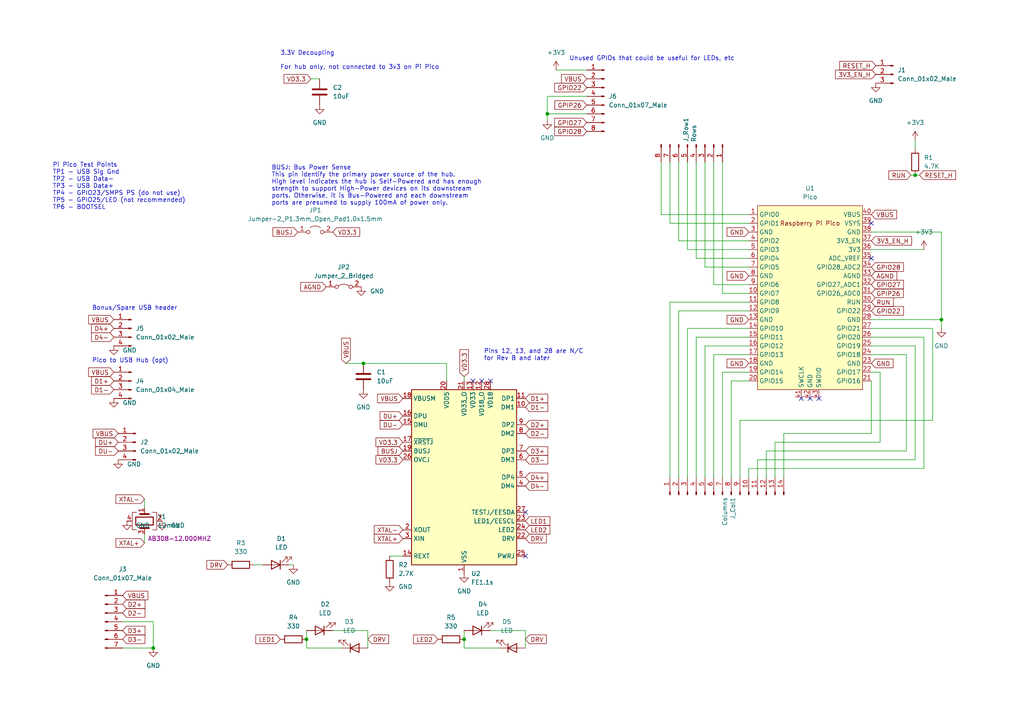
<source format=kicad_sch>
(kicad_sch (version 20211123) (generator eeschema)
  (paper "A4")
  (title_block (title "HHKB Lite 2 - Raspberry Pi Pico") (date "2024-06-10") (rev "2020.06") (company "xunker / thirteen37") (comment 1 "Pi Pico by xunker") (comment 2 "Original Teensy 2.0 by thirteen37"))
  (lib_symbols
    (symbol "Connector:Conn_01x03_Male" (pin_names (offset 1.016) hide)
      (property "Reference" "J" (at 0 5.08 0))
      (property "Value" "Conn_01x03_Male" (at 0 -5.08 0))
      (symbol "Conn_01x03_Male_1_1"
        (polyline (pts (xy 1.27 -2.54) (xy 0.8636 -2.54)) (stroke (width 0.1524)))
        (polyline (pts (xy 1.27 0) (xy 0.8636 0)) (stroke (width 0.1524)))
        (polyline (pts (xy 1.27 2.54) (xy 0.8636 2.54)) (stroke (width 0.1524)))
        (rectangle (start 0.8636 -2.413) (end 0 -2.667) (stroke (width 0.1524)) (fill (type outline)))
        (rectangle (start 0.8636 0.127) (end 0 -0.127) (stroke (width 0.1524)) (fill (type outline)))
        (rectangle (start 0.8636 2.667) (end 0 2.413) (stroke (width 0.1524)) (fill (type outline)))
        (pin passive line (at 5.08 2.54 180) (length 3.81) (name "Pin_1") (number "1"))
        (pin passive line (at 5.08 0 180) (length 3.81) (name "Pin_2") (number "2"))
        (pin passive line (at 5.08 -2.54 180) (length 3.81) (name "Pin_3") (number "3"))
      )
    )
    (symbol "Connector:Conn_01x04_Male" (pin_names (offset 1.016) hide)
      (property "Reference" "J" (at 0 5.08 0))
      (property "Value" "Conn_01x04_Male" (at 0 -7.62 0))
      (symbol "Conn_01x04_Male_1_1"
        (polyline (pts (xy 1.27 -5.08) (xy 0.8636 -5.08)) (stroke (width 0.1524)))
        (polyline (pts (xy 1.27 -2.54) (xy 0.8636 -2.54)) (stroke (width 0.1524)))
        (polyline (pts (xy 1.27 0) (xy 0.8636 0)) (stroke (width 0.1524)))
        (polyline (pts (xy 1.27 2.54) (xy 0.8636 2.54)) (stroke (width 0.1524)))
        (rectangle (start 0.8636 -4.953) (end 0 -5.207) (stroke (width 0.1524)) (fill (type outline)))
        (rectangle (start 0.8636 -2.413) (end 0 -2.667) (stroke (width 0.1524)) (fill (type outline)))
        (rectangle (start 0.8636 0.127) (end 0 -0.127) (stroke (width 0.1524)) (fill (type outline)))
        (rectangle (start 0.8636 2.667) (end 0 2.413) (stroke (width 0.1524)) (fill (type outline)))
        (pin passive line (at 5.08 2.54 180) (length 3.81) (name "Pin_1") (number "1"))
        (pin passive line (at 5.08 0 180) (length 3.81) (name "Pin_2") (number "2"))
        (pin passive line (at 5.08 -2.54 180) (length 3.81) (name "Pin_3") (number "3"))
        (pin passive line (at 5.08 -5.08 180) (length 3.81) (name "Pin_4") (number "4"))
      )
    )
    (symbol "Connector:Conn_01x07_Male" (pin_names (offset 1.016) hide)
      (property "Reference" "J" (at 0 10.16 0))
      (property "Value" "Conn_01x07_Male" (at 0 -10.16 0))
      (symbol "Conn_01x07_Male_1_1"
        (polyline (pts (xy 1.27 -7.62) (xy 0.8636 -7.62)) (stroke (width 0.1524)))
        (polyline (pts (xy 1.27 -5.08) (xy 0.8636 -5.08)) (stroke (width 0.1524)))
        (polyline (pts (xy 1.27 -2.54) (xy 0.8636 -2.54)) (stroke (width 0.1524)))
        (polyline (pts (xy 1.27 0) (xy 0.8636 0)) (stroke (width 0.1524)))
        (polyline (pts (xy 1.27 2.54) (xy 0.8636 2.54)) (stroke (width 0.1524)))
        (polyline (pts (xy 1.27 5.08) (xy 0.8636 5.08)) (stroke (width 0.1524)))
        (polyline (pts (xy 1.27 7.62) (xy 0.8636 7.62)) (stroke (width 0.1524)))
        (rectangle (start 0.8636 -7.493) (end 0 -7.747) (stroke (width 0.1524)) (fill (type outline)))
        (rectangle (start 0.8636 -4.953) (end 0 -5.207) (stroke (width 0.1524)) (fill (type outline)))
        (rectangle (start 0.8636 -2.413) (end 0 -2.667) (stroke (width 0.1524)) (fill (type outline)))
        (rectangle (start 0.8636 0.127) (end 0 -0.127) (stroke (width 0.1524)) (fill (type outline)))
        (rectangle (start 0.8636 2.667) (end 0 2.413) (stroke (width 0.1524)) (fill (type outline)))
        (rectangle (start 0.8636 5.207) (end 0 4.953) (stroke (width 0.1524)) (fill (type outline)))
        (rectangle (start 0.8636 7.747) (end 0 7.493) (stroke (width 0.1524)) (fill (type outline)))
        (pin passive line (at 5.08 7.62 180) (length 3.81) (name "Pin_1") (number "1"))
        (pin passive line (at 5.08 5.08 180) (length 3.81) (name "Pin_2") (number "2"))
        (pin passive line (at 5.08 2.54 180) (length 3.81) (name "Pin_3") (number "3"))
        (pin passive line (at 5.08 0 180) (length 3.81) (name "Pin_4") (number "4"))
        (pin passive line (at 5.08 -2.54 180) (length 3.81) (name "Pin_5") (number "5"))
        (pin passive line (at 5.08 -5.08 180) (length 3.81) (name "Pin_6") (number "6"))
        (pin passive line (at 5.08 -7.62 180) (length 3.81) (name "Pin_7") (number "7"))
      )
    )
    (symbol "Connector:Conn_01x08_Male" (pin_names (offset 1.016) hide)
      (property "Reference" "J" (at 0 10.16 0))
      (property "Value" "Conn_01x08_Male" (at 0 -12.7 0))
      (symbol "Conn_01x08_Male_1_1"
        (polyline (pts (xy 1.27 -10.16) (xy 0.8636 -10.16)) (stroke (width 0.1524)))
        (polyline (pts (xy 1.27 -7.62) (xy 0.8636 -7.62)) (stroke (width 0.1524)))
        (polyline (pts (xy 1.27 -5.08) (xy 0.8636 -5.08)) (stroke (width 0.1524)))
        (polyline (pts (xy 1.27 -2.54) (xy 0.8636 -2.54)) (stroke (width 0.1524)))
        (polyline (pts (xy 1.27 0) (xy 0.8636 0)) (stroke (width 0.1524)))
        (polyline (pts (xy 1.27 2.54) (xy 0.8636 2.54)) (stroke (width 0.1524)))
        (polyline (pts (xy 1.27 5.08) (xy 0.8636 5.08)) (stroke (width 0.1524)))
        (polyline (pts (xy 1.27 7.62) (xy 0.8636 7.62)) (stroke (width 0.1524)))
        (rectangle (start 0.8636 -10.033) (end 0 -10.287) (stroke (width 0.1524)) (fill (type outline)))
        (rectangle (start 0.8636 -7.493) (end 0 -7.747) (stroke (width 0.1524)) (fill (type outline)))
        (rectangle (start 0.8636 -4.953) (end 0 -5.207) (stroke (width 0.1524)) (fill (type outline)))
        (rectangle (start 0.8636 -2.413) (end 0 -2.667) (stroke (width 0.1524)) (fill (type outline)))
        (rectangle (start 0.8636 0.127) (end 0 -0.127) (stroke (width 0.1524)) (fill (type outline)))
        (rectangle (start 0.8636 2.667) (end 0 2.413) (stroke (width 0.1524)) (fill (type outline)))
        (rectangle (start 0.8636 5.207) (end 0 4.953) (stroke (width 0.1524)) (fill (type outline)))
        (rectangle (start 0.8636 7.747) (end 0 7.493) (stroke (width 0.1524)) (fill (type outline)))
        (pin passive line (at 5.08 7.62 180) (length 3.81) (name "Pin_1") (number "1"))
        (pin passive line (at 5.08 5.08 180) (length 3.81) (name "Pin_2") (number "2"))
        (pin passive line (at 5.08 2.54 180) (length 3.81) (name "Pin_3") (number "3"))
        (pin passive line (at 5.08 0 180) (length 3.81) (name "Pin_4") (number "4"))
        (pin passive line (at 5.08 -2.54 180) (length 3.81) (name "Pin_5") (number "5"))
        (pin passive line (at 5.08 -5.08 180) (length 3.81) (name "Pin_6") (number "6"))
        (pin passive line (at 5.08 -7.62 180) (length 3.81) (name "Pin_7") (number "7"))
        (pin passive line (at 5.08 -10.16 180) (length 3.81) (name "Pin_8") (number "8"))
      )
    )
    (symbol "Connector:Conn_01x14_Male" (pin_names (offset 1.016) hide)
      (property "Reference" "J" (at 0 17.78 0))
      (property "Value" "Conn_01x14_Male" (at 0 -20.32 0))
      (symbol "Conn_01x14_Male_1_1"
        (polyline (pts (xy 1.27 -17.78) (xy 0.8636 -17.78)) (stroke (width 0.1524)))
        (polyline (pts (xy 1.27 -15.24) (xy 0.8636 -15.24)) (stroke (width 0.1524)))
        (polyline (pts (xy 1.27 -12.7) (xy 0.8636 -12.7)) (stroke (width 0.1524)))
        (polyline (pts (xy 1.27 -10.16) (xy 0.8636 -10.16)) (stroke (width 0.1524)))
        (polyline (pts (xy 1.27 -7.62) (xy 0.8636 -7.62)) (stroke (width 0.1524)))
        (polyline (pts (xy 1.27 -5.08) (xy 0.8636 -5.08)) (stroke (width 0.1524)))
        (polyline (pts (xy 1.27 -2.54) (xy 0.8636 -2.54)) (stroke (width 0.1524)))
        (polyline (pts (xy 1.27 0) (xy 0.8636 0)) (stroke (width 0.1524)))
        (polyline (pts (xy 1.27 2.54) (xy 0.8636 2.54)) (stroke (width 0.1524)))
        (polyline (pts (xy 1.27 5.08) (xy 0.8636 5.08)) (stroke (width 0.1524)))
        (polyline (pts (xy 1.27 7.62) (xy 0.8636 7.62)) (stroke (width 0.1524)))
        (polyline (pts (xy 1.27 10.16) (xy 0.8636 10.16)) (stroke (width 0.1524)))
        (polyline (pts (xy 1.27 12.7) (xy 0.8636 12.7)) (stroke (width 0.1524)))
        (polyline (pts (xy 1.27 15.24) (xy 0.8636 15.24)) (stroke (width 0.1524)))
        (rectangle (start 0.8636 -17.653) (end 0 -17.907) (stroke (width 0.1524)) (fill (type outline)))
        (rectangle (start 0.8636 -15.113) (end 0 -15.367) (stroke (width 0.1524)) (fill (type outline)))
        (rectangle (start 0.8636 -12.573) (end 0 -12.827) (stroke (width 0.1524)) (fill (type outline)))
        (rectangle (start 0.8636 -10.033) (end 0 -10.287) (stroke (width 0.1524)) (fill (type outline)))
        (rectangle (start 0.8636 -7.493) (end 0 -7.747) (stroke (width 0.1524)) (fill (type outline)))
        (rectangle (start 0.8636 -4.953) (end 0 -5.207) (stroke (width 0.1524)) (fill (type outline)))
        (rectangle (start 0.8636 -2.413) (end 0 -2.667) (stroke (width 0.1524)) (fill (type outline)))
        (rectangle (start 0.8636 0.127) (end 0 -0.127) (stroke (width 0.1524)) (fill (type outline)))
        (rectangle (start 0.8636 2.667) (end 0 2.413) (stroke (width 0.1524)) (fill (type outline)))
        (rectangle (start 0.8636 5.207) (end 0 4.953) (stroke (width 0.1524)) (fill (type outline)))
        (rectangle (start 0.8636 7.747) (end 0 7.493) (stroke (width 0.1524)) (fill (type outline)))
        (rectangle (start 0.8636 10.287) (end 0 10.033) (stroke (width 0.1524)) (fill (type outline)))
        (rectangle (start 0.8636 12.827) (end 0 12.573) (stroke (width 0.1524)) (fill (type outline)))
        (rectangle (start 0.8636 15.367) (end 0 15.113) (stroke (width 0.1524)) (fill (type outline)))
        (pin passive line (at 5.08 15.24 180) (length 3.81) (name "Pin_1") (number "1"))
        (pin passive line (at 5.08 -7.62 180) (length 3.81) (name "Pin_10") (number "10"))
        (pin passive line (at 5.08 -10.16 180) (length 3.81) (name "Pin_11") (number "11"))
        (pin passive line (at 5.08 -12.7 180) (length 3.81) (name "Pin_12") (number "12"))
        (pin passive line (at 5.08 -15.24 180) (length 3.81) (name "Pin_13") (number "13"))
        (pin passive line (at 5.08 -17.78 180) (length 3.81) (name "Pin_14") (number "14"))
        (pin passive line (at 5.08 12.7 180) (length 3.81) (name "Pin_2") (number "2"))
        (pin passive line (at 5.08 10.16 180) (length 3.81) (name "Pin_3") (number "3"))
        (pin passive line (at 5.08 7.62 180) (length 3.81) (name "Pin_4") (number "4"))
        (pin passive line (at 5.08 5.08 180) (length 3.81) (name "Pin_5") (number "5"))
        (pin passive line (at 5.08 2.54 180) (length 3.81) (name "Pin_6") (number "6"))
        (pin passive line (at 5.08 0 180) (length 3.81) (name "Pin_7") (number "7"))
        (pin passive line (at 5.08 -2.54 180) (length 3.81) (name "Pin_8") (number "8"))
        (pin passive line (at 5.08 -5.08 180) (length 3.81) (name "Pin_9") (number "9"))
      )
    )
    (symbol "Device:C" (pin_numbers hide) (pin_names (offset 0.254))
      (property "Reference" "C" (at 0.635 2.54 0))
      (property "Value" "C" (at 0.635 -2.54 0))
      (symbol "C_0_1"
        (polyline (pts (xy -2.032 -0.762) (xy 2.032 -0.762)) (stroke (width 0.508)))
        (polyline (pts (xy -2.032 0.762) (xy 2.032 0.762)) (stroke (width 0.508)))
      )
      (symbol "C_1_1"
        (pin passive line (at 0 3.81 270) (length 2.794) (name "~") (number "1"))
        (pin passive line (at 0 -3.81 90) (length 2.794) (name "~") (number "2"))
      )
    )
    (symbol "Device:Crystal_GND24" (pin_names (offset 1.016) hide)
      (property "Reference" "Y" (at 3.175 5.08 0))
      (property "Value" "Crystal_GND24" (at 3.175 3.175 0))
      (symbol "Crystal_GND24_0_1"
        (rectangle (start -1.143 2.54) (end 1.143 -2.54) (stroke (width 0.3048)))
        (polyline (pts (xy -2.54 0) (xy -2.032 0)))
        (polyline (pts (xy -2.032 -1.27) (xy -2.032 1.27)) (stroke (width 0.508)))
        (polyline (pts (xy 0 -3.81) (xy 0 -3.556)))
        (polyline (pts (xy 0 3.556) (xy 0 3.81)))
        (polyline (pts (xy 2.032 -1.27) (xy 2.032 1.27)) (stroke (width 0.508)))
        (polyline (pts (xy 2.032 0) (xy 2.54 0)))
        (polyline (pts (xy -2.54 -2.286) (xy -2.54 -3.556) (xy 2.54 -3.556) (xy 2.54 -2.286)))
        (polyline (pts (xy -2.54 2.286) (xy -2.54 3.556) (xy 2.54 3.556) (xy 2.54 2.286)))
      )
      (symbol "Crystal_GND24_1_1"
        (pin passive line (at -3.81 0 0) (length 1.27) (name "1") (number "1"))
        (pin passive line (at 0 5.08 270) (length 1.27) (name "2") (number "2"))
        (pin passive line (at 3.81 0 180) (length 1.27) (name "3") (number "3"))
        (pin passive line (at 0 -5.08 90) (length 1.27) (name "4") (number "4"))
      )
    )
    (symbol "Device:LED" (pin_numbers hide) (pin_names (offset 1.016) hide)
      (property "Reference" "D" (at 0 2.54 0))
      (property "Value" "LED" (at 0 -2.54 0))
      (symbol "LED_0_1"
        (polyline (pts (xy -1.27 -1.27) (xy -1.27 1.27)) (stroke (width 0.254)))
        (polyline (pts (xy -1.27 0) (xy 1.27 0)))
        (polyline (pts (xy 1.27 -1.27) (xy 1.27 1.27) (xy -1.27 0) (xy 1.27 -1.27)) (stroke (width 0.254)))
        (polyline (pts (xy -3.048 -0.762) (xy -4.572 -2.286) (xy -3.81 -2.286) (xy -4.572 -2.286) (xy -4.572 -1.524)))
        (polyline (pts (xy -1.778 -0.762) (xy -3.302 -2.286) (xy -2.54 -2.286) (xy -3.302 -2.286) (xy -3.302 -1.524)))
      )
      (symbol "LED_1_1"
        (pin passive line (at -3.81 0 0) (length 2.54) (name "K") (number "1"))
        (pin passive line (at 3.81 0 180) (length 2.54) (name "A") (number "2"))
      )
    )
    (symbol "Device:R" (pin_numbers hide) (pin_names (offset 0))
      (property "Reference" "R" (at 2.032 0 90))
      (property "Value" "R" (at 0 0 90))
      (symbol "R_0_1"
        (rectangle (start -1.016 -2.54) (end 1.016 2.54) (stroke (width 0.254)))
      )
      (symbol "R_1_1"
        (pin passive line (at 0 3.81 270) (length 1.27) (name "~") (number "1"))
        (pin passive line (at 0 -3.81 90) (length 1.27) (name "~") (number "2"))
      )
    )
    (symbol "Interface_USB:FE1.1s"
      (property "Reference" "U" (at -11.43 26.67 0))
      (property "Value" "FE1.1s" (at 12.7 27.94 0))
      (symbol "FE1.1s_0_1"
        (rectangle (start -15.24 25.4) (end 15.24 -25.4) (stroke (width 0.254)) (fill (type background)))
      )
      (symbol "FE1.1s_1_1"
        (pin power_in line (at 0 -27.94 90) (length 2.54) (name "VSS") (number "1"))
        (pin bidirectional line (at 17.78 20.32 180) (length 2.54) (name "DM1") (number "10"))
        (pin bidirectional line (at 17.78 22.86 180) (length 2.54) (name "DP1") (number "11"))
        (pin power_out line (at 5.08 27.94 270) (length 2.54) (name "VD18_O") (number "12"))
        (pin power_in line (at 2.54 27.94 270) (length 2.54) (name "VD33") (number "13"))
        (pin passive line (at -17.78 -22.86 0) (length 2.54) (name "REXT") (number "14"))
        (pin bidirectional line (at -17.78 15.24 0) (length 2.54) (name "DMU") (number "15"))
        (pin bidirectional line (at -17.78 17.78 0) (length 2.54) (name "DPU") (number "16"))
        (pin input line (at -17.78 10.16 0) (length 2.54) (name "~{XRSTJ}") (number "17"))
        (pin input line (at -17.78 22.86 0) (length 2.54) (name "VBUSM") (number "18"))
        (pin input line (at -17.78 7.62 0) (length 2.54) (name "BUSJ") (number "19"))
        (pin output line (at -17.78 -15.24 0) (length 2.54) (name "XOUT") (number "2"))
        (pin power_in line (at -5.08 27.94 270) (length 2.54) (name "VDD5") (number "20"))
        (pin power_out line (at 0 27.94 270) (length 2.54) (name "VD33_O") (number "21"))
        (pin bidirectional line (at 17.78 -17.78 180) (length 2.54) (name "DRV") (number "22"))
        (pin bidirectional line (at 17.78 -12.7 180) (length 2.54) (name "LED1/EESCL") (number "23"))
        (pin bidirectional line (at 17.78 -15.24 180) (length 2.54) (name "LED2") (number "24"))
        (pin output line (at 17.78 -22.86 180) (length 2.54) (name "PWRJ") (number "25"))
        (pin input line (at -17.78 5.08 0) (length 2.54) (name "OVCJ") (number "26"))
        (pin bidirectional line (at 17.78 -10.16 180) (length 2.54) (name "TESTJ/EESDA") (number "27"))
        (pin power_in line (at 7.62 27.94 270) (length 2.54) (name "VD18") (number "28"))
        (pin input line (at -17.78 -17.78 0) (length 2.54) (name "XIN") (number "3"))
        (pin bidirectional line (at 17.78 -2.54 180) (length 2.54) (name "DM4") (number "4"))
        (pin bidirectional line (at 17.78 0 180) (length 2.54) (name "DP4") (number "5"))
        (pin bidirectional line (at 17.78 5.08 180) (length 2.54) (name "DM3") (number "6"))
        (pin bidirectional line (at 17.78 7.62 180) (length 2.54) (name "DP3") (number "7"))
        (pin bidirectional line (at 17.78 12.7 180) (length 2.54) (name "DM2") (number "8"))
        (pin bidirectional line (at 17.78 15.24 180) (length 2.54) (name "DP2") (number "9"))
      )
    )
    (symbol "Jumper:Jumper_2_Bridged" (pin_names (offset 0) hide)
      (property "Reference" "JP" (at 0 1.905 0))
      (property "Value" "Jumper_2_Bridged" (at 0 -2.54 0))
      (symbol "Jumper_2_Bridged_0_0"
        (circle (center -2.032 0) (radius 0.508))
        (circle (center 2.032 0) (radius 0.508))
      )
      (symbol "Jumper_2_Bridged_0_1"
        (arc (start 1.524 0.254) (mid 0 0.762) (end -1.524 0.254))
      )
      (symbol "Jumper_2_Bridged_1_1"
        (pin passive line (at -5.08 0 0) (length 2.54) (name "A") (number "1"))
        (pin passive line (at 5.08 0 180) (length 2.54) (name "B") (number "2"))
      )
    )
    (symbol "Jumper:Jumper_2_Open" (pin_names (offset 0) hide)
      (property "Reference" "JP" (at 0 2.794 0))
      (property "Value" "Jumper_2_Open" (at 0 -2.286 0))
      (symbol "Jumper_2_Open_0_0"
        (circle (center -2.032 0) (radius 0.508))
        (circle (center 2.032 0) (radius 0.508))
      )
      (symbol "Jumper_2_Open_0_1"
        (arc (start 1.524 1.27) (mid 0 1.778) (end -1.524 1.27))
      )
      (symbol "Jumper_2_Open_1_1"
        (pin passive line (at -5.08 0 0) (length 2.54) (name "A") (number "1"))
        (pin passive line (at 5.08 0 180) (length 2.54) (name "B") (number "2"))
      )
    )
    (symbol "MCU_RaspberryPi_and_Boards:Pico"
      (property "Reference" "U" (at -13.97 27.94 0))
      (property "Value" "Pico" (at 0 19.05 0))
      (symbol "Pico_0_0"
        (text "Raspberry Pi Pico" (at 0 21.59 0) (effects (font (size 1.27 1.27))))
      )
      (symbol "Pico_0_1"
        (rectangle (start -15.24 26.67) (end 15.24 -26.67) (fill (type background)))
      )
      (symbol "Pico_1_1"
        (pin bidirectional line (at -17.78 24.13 0) (length 2.54) (name "GPIO0") (number "1"))
        (pin bidirectional line (at -17.78 1.27 0) (length 2.54) (name "GPIO7") (number "10"))
        (pin bidirectional line (at -17.78 -1.27 0) (length 2.54) (name "GPIO8") (number "11"))
        (pin bidirectional line (at -17.78 -3.81 0) (length 2.54) (name "GPIO9") (number "12"))
        (pin power_in line (at -17.78 -6.35 0) (length 2.54) (name "GND") (number "13"))
        (pin bidirectional line (at -17.78 -8.89 0) (length 2.54) (name "GPIO10") (number "14"))
        (pin bidirectional line (at -17.78 -11.43 0) (length 2.54) (name "GPIO11") (number "15"))
        (pin bidirectional line (at -17.78 -13.97 0) (length 2.54) (name "GPIO12") (number "16"))
        (pin bidirectional line (at -17.78 -16.51 0) (length 2.54) (name "GPIO13") (number "17"))
        (pin power_in line (at -17.78 -19.05 0) (length 2.54) (name "GND") (number "18"))
        (pin bidirectional line (at -17.78 -21.59 0) (length 2.54) (name "GPIO14") (number "19"))
        (pin bidirectional line (at -17.78 21.59 0) (length 2.54) (name "GPIO1") (number "2"))
        (pin bidirectional line (at -17.78 -24.13 0) (length 2.54) (name "GPIO15") (number "20"))
        (pin bidirectional line (at 17.78 -24.13 180) (length 2.54) (name "GPIO16") (number "21"))
        (pin bidirectional line (at 17.78 -21.59 180) (length 2.54) (name "GPIO17") (number "22"))
        (pin power_in line (at 17.78 -19.05 180) (length 2.54) (name "GND") (number "23"))
        (pin bidirectional line (at 17.78 -16.51 180) (length 2.54) (name "GPIO18") (number "24"))
        (pin bidirectional line (at 17.78 -13.97 180) (length 2.54) (name "GPIO19") (number "25"))
        (pin bidirectional line (at 17.78 -11.43 180) (length 2.54) (name "GPIO20") (number "26"))
        (pin bidirectional line (at 17.78 -8.89 180) (length 2.54) (name "GPIO21") (number "27"))
        (pin power_in line (at 17.78 -6.35 180) (length 2.54) (name "GND") (number "28"))
        (pin bidirectional line (at 17.78 -3.81 180) (length 2.54) (name "GPIO22") (number "29"))
        (pin power_in line (at -17.78 19.05 0) (length 2.54) (name "GND") (number "3"))
        (pin input line (at 17.78 -1.27 180) (length 2.54) (name "RUN") (number "30"))
        (pin bidirectional line (at 17.78 1.27 180) (length 2.54) (name "GPIO26_ADC0") (number "31"))
        (pin bidirectional line (at 17.78 3.81 180) (length 2.54) (name "GPIO27_ADC1") (number "32"))
        (pin power_in line (at 17.78 6.35 180) (length 2.54) (name "AGND") (number "33"))
        (pin bidirectional line (at 17.78 8.89 180) (length 2.54) (name "GPIO28_ADC2") (number "34"))
        (pin power_in line (at 17.78 11.43 180) (length 2.54) (name "ADC_VREF") (number "35"))
        (pin power_in line (at 17.78 13.97 180) (length 2.54) (name "3V3") (number "36"))
        (pin input line (at 17.78 16.51 180) (length 2.54) (name "3V3_EN") (number "37"))
        (pin bidirectional line (at 17.78 19.05 180) (length 2.54) (name "GND") (number "38"))
        (pin power_in line (at 17.78 21.59 180) (length 2.54) (name "VSYS") (number "39"))
        (pin bidirectional line (at -17.78 16.51 0) (length 2.54) (name "GPIO2") (number "4"))
        (pin power_in line (at 17.78 24.13 180) (length 2.54) (name "VBUS") (number "40"))
        (pin input line (at -2.54 -29.21 90) (length 2.54) (name "SWCLK") (number "41"))
        (pin power_in line (at 0 -29.21 90) (length 2.54) (name "GND") (number "42"))
        (pin bidirectional line (at 2.54 -29.21 90) (length 2.54) (name "SWDIO") (number "43"))
        (pin bidirectional line (at -17.78 13.97 0) (length 2.54) (name "GPIO3") (number "5"))
        (pin bidirectional line (at -17.78 11.43 0) (length 2.54) (name "GPIO4") (number "6"))
        (pin bidirectional line (at -17.78 8.89 0) (length 2.54) (name "GPIO5") (number "7"))
        (pin power_in line (at -17.78 6.35 0) (length 2.54) (name "GND") (number "8"))
        (pin bidirectional line (at -17.78 3.81 0) (length 2.54) (name "GPIO6") (number "9"))
      )
    )
    (symbol "power:+3.3V" (power) (pin_names (offset 0))
      (property "Value" "+3.3V" (at 0 3.556 0))
      (symbol "+3.3V_0_1"
        (polyline (pts (xy -0.762 1.27) (xy 0 2.54)))
        (polyline (pts (xy 0 0) (xy 0 2.54)))
        (polyline (pts (xy 0 2.54) (xy 0.762 1.27)))
      )
      (symbol "+3.3V_1_1"
        (pin power_in line (at 0 0 90) (length 0) hide (name "+3V3") (number "1"))
      )
    )
    (symbol "power:GND" (power) (pin_names (offset 0))
      (property "Value" "GND" (at 0 -3.81 0))
      (symbol "GND_0_1"
        (polyline (pts (xy 0 0) (xy 0 -1.27) (xy 1.27 -1.27) (xy 0 -2.54) (xy -1.27 -1.27) (xy 0 -1.27)))
      )
      (symbol "GND_1_1"
        (pin power_in line (at 0 0 270) (length 0) hide (name "GND") (number "1"))
      )
    )
  )
  (junction (at 88.9 185.42))
  (junction (at 273.05 92.71))
  (junction (at 105.41 105.41))
  (junction (at 158.75 33.02))
  (junction (at 134.62 185.42))
  (junction (at 265.43 50.8))
  (junction (at 44.45 187.96))
  (no_connect (at 252.73 64.77))
  (no_connect (at 232.41 115.57))
  (no_connect (at 234.95 115.57))
  (no_connect (at 237.49 115.57))
  (no_connect (at 252.73 74.93))
  (no_connect (at 139.7 110.49))
  (no_connect (at 142.24 110.49))
  (no_connect (at 137.16 110.49))
  (no_connect (at 152.4 161.29))
  (no_connect (at 152.4 148.59))
  (wire (pts (xy 252.73 67.31) (xy 273.05 67.31)))
  (wire (pts (xy 44.45 180.34) (xy 44.45 187.96)))
  (wire (pts (xy 217.17 135.89) (xy 267.97 135.89)))
  (wire (pts (xy 194.31 46.99) (xy 194.31 64.77)))
  (wire (pts (xy 267.97 135.89) (xy 267.97 97.79)))
  (wire (pts (xy 262.89 130.81) (xy 222.25 130.81)))
  (wire (pts (xy 85.09 163.83) (xy 83.82 163.83)))
  (wire (pts (xy 214.63 121.92) (xy 270.51 121.92)))
  (wire (pts (xy 199.39 72.39) (xy 217.17 72.39)))
  (wire (pts (xy 255.27 128.27) (xy 255.27 107.95)))
  (wire (pts (xy 273.05 67.31) (xy 273.05 92.71)))
  (wire (pts (xy 252.73 95.25) (xy 270.51 95.25)))
  (wire (pts (xy 129.54 105.41) (xy 129.54 110.49)))
  (wire (pts (xy 204.47 77.47) (xy 217.17 77.47)))
  (wire (pts (xy 252.73 92.71) (xy 273.05 92.71)))
  (wire (pts (xy 158.75 33.02) (xy 170.18 33.02)))
  (wire (pts (xy 170.18 27.94) (xy 158.75 27.94)))
  (wire (pts (xy 252.73 110.49) (xy 252.73 125.73)))
  (wire (pts (xy 196.85 90.17) (xy 217.17 90.17)))
  (wire (pts (xy 96.52 182.88) (xy 106.68 182.88)))
  (wire (pts (xy 265.43 50.8) (xy 266.7 50.8)))
  (wire (pts (xy 113.03 161.29) (xy 116.84 161.29)))
  (wire (pts (xy 217.17 102.87) (xy 207.01 102.87)))
  (wire (pts (xy 252.73 100.33) (xy 265.43 100.33)))
  (wire (pts (xy 134.62 185.42) (xy 134.62 187.96)))
  (wire (pts (xy 207.01 102.87) (xy 207.01 138.43)))
  (wire (pts (xy 252.73 72.39) (xy 267.97 72.39)))
  (wire (pts (xy 134.62 109.22) (xy 134.62 110.49)))
  (wire (pts (xy 194.31 87.63) (xy 194.31 138.43)))
  (wire (pts (xy 90.17 22.86) (xy 92.71 22.86)))
  (wire (pts (xy 207.01 82.55) (xy 217.17 82.55)))
  (wire (pts (xy 35.56 180.34) (xy 44.45 180.34)))
  (wire (pts (xy 134.62 187.96) (xy 144.78 187.96)))
  (wire (pts (xy 41.91 154.94) (xy 41.91 157.48)))
  (wire (pts (xy 204.47 100.33) (xy 204.47 138.43)))
  (wire (pts (xy 88.9 187.96) (xy 88.9 185.42)))
  (wire (pts (xy 255.27 107.95) (xy 252.73 107.95)))
  (wire (pts (xy 196.85 90.17) (xy 196.85 138.43)))
  (wire (pts (xy 265.43 40.64) (xy 265.43 43.18)))
  (wire (pts (xy 262.89 102.87) (xy 262.89 130.81)))
  (wire (pts (xy 142.24 182.88) (xy 152.4 182.88)))
  (wire (pts (xy 267.97 97.79) (xy 252.73 97.79)))
  (wire (pts (xy 255.27 128.27) (xy 224.79 128.27)))
  (wire (pts (xy 199.39 95.25) (xy 199.39 138.43)))
  (wire (pts (xy 209.55 85.09) (xy 217.17 85.09)))
  (wire (pts (xy 209.55 107.95) (xy 209.55 138.43)))
  (wire (pts (xy 209.55 46.99) (xy 209.55 85.09)))
  (wire (pts (xy 224.79 128.27) (xy 224.79 138.43)))
  (wire (pts (xy 158.75 27.94) (xy 158.75 33.02)))
  (wire (pts (xy 158.75 34.925) (xy 158.75 33.02)))
  (wire (pts (xy 217.17 87.63) (xy 194.31 87.63)))
  (wire (pts (xy 100.33 105.41) (xy 105.41 105.41)))
  (wire (pts (xy 199.39 95.25) (xy 217.17 95.25)))
  (wire (pts (xy 217.17 110.49) (xy 212.09 110.49)))
  (wire (pts (xy 212.09 110.49) (xy 212.09 138.43)))
  (wire (pts (xy 35.56 187.96) (xy 44.45 187.96)))
  (wire (pts (xy 204.47 46.99) (xy 204.47 77.47)))
  (wire (pts (xy 265.43 100.33) (xy 265.43 133.35)))
  (wire (pts (xy 201.93 97.79) (xy 217.17 97.79)))
  (wire (pts (xy 161.29 20.32) (xy 170.18 20.32)))
  (wire (pts (xy 201.93 46.99) (xy 201.93 74.93)))
  (wire (pts (xy 199.39 46.99) (xy 199.39 72.39)))
  (wire (pts (xy 264.16 50.8) (xy 265.43 50.8)))
  (wire (pts (xy 88.9 182.88) (xy 88.9 185.42)))
  (wire (pts (xy 273.05 92.71) (xy 273.05 95.25)))
  (wire (pts (xy 41.91 144.78) (xy 41.91 147.32)))
  (wire (pts (xy 222.25 130.81) (xy 222.25 138.43)))
  (wire (pts (xy 105.41 105.41) (xy 129.54 105.41)))
  (wire (pts (xy 270.51 95.25) (xy 270.51 121.92)))
  (wire (pts (xy 194.31 64.77) (xy 217.17 64.77)))
  (wire (pts (xy 191.77 46.99) (xy 191.77 62.23)))
  (wire (pts (xy 219.71 133.35) (xy 219.71 138.43)))
  (wire (pts (xy 152.4 182.88) (xy 152.4 187.96)))
  (wire (pts (xy 73.66 163.83) (xy 76.2 163.83)))
  (wire (pts (xy 201.93 97.79) (xy 201.93 138.43)))
  (wire (pts (xy 262.89 102.87) (xy 252.73 102.87)))
  (wire (pts (xy 99.06 187.96) (xy 88.9 187.96)))
  (wire (pts (xy 207.01 46.99) (xy 207.01 82.55)))
  (wire (pts (xy 227.33 125.73) (xy 227.33 138.43)))
  (wire (pts (xy 134.62 182.88) (xy 134.62 185.42)))
  (wire (pts (xy 252.73 125.73) (xy 227.33 125.73)))
  (wire (pts (xy 219.71 133.35) (xy 265.43 133.35)))
  (wire (pts (xy 217.17 138.43) (xy 217.17 135.89)))
  (wire (pts (xy 204.47 100.33) (xy 217.17 100.33)))
  (wire (pts (xy 196.85 46.99) (xy 196.85 69.85)))
  (wire (pts (xy 106.68 182.88) (xy 106.68 187.96)))
  (wire (pts (xy 201.93 74.93) (xy 217.17 74.93)))
  (wire (pts (xy 217.17 107.95) (xy 209.55 107.95)))
  (wire (pts (xy 214.63 138.43) (xy 214.63 121.92)))
  (wire (pts (xy 191.77 62.23) (xy 217.17 62.23)))
  (wire (pts (xy 196.85 69.85) (xy 217.17 69.85)))
  (text "Unused GPIOs that could be useful for LEDs, etc" (at 165.1 17.78 0) (effects (font (size 1.27 1.27)) (justify left bottom)))
  (text "3.3V Decoupling\n\nFor hub only, not connected to 3v3 on Pi Pico" (at 81.28 20.32 0) (effects (font (size 1.27 1.27)) (justify left bottom)))
  (text "Bonus/Spare USB header" (at 26.67 90.17 0) (effects (font (size 1.27 1.27)) (justify left bottom)))
  (text "Pico to USB Hub (opt)" (at 26.67 105.41 0) (effects (font (size 1.27 1.27)) (justify left bottom)))
  (text "Pi Pico Test Points\nTP1 - USB Sig Gnd\nTP2 - USB Data-\nTP3 - USB Data+\nTP4 - GPIO23/SMPS PS (do not use)\nTP5 - GPIO25/LED (not recommended)\nTP6 - BOOTSEL" (at 15.24 60.96 0) (effects (font (size 1.27 1.27)) (justify left bottom)))
  (text "Pins 12, 13, and 28 are N/C\nfor Rev B and later" (at 140.335 104.775 0) (effects (font (size 1.27 1.27)) (justify left bottom)))
  (text "BUSJ: Bus Power Sense\nThis pin identify the primary power source of the hub.\nHigh level indicates the hub is Self-Powered and has enough\nstrength to support High-Power devices on its downstream\nports. Otherwise, it is Bus-Powered and each downstream\nports are presumed to supply 100mA of power only." (at 78.74 59.69 0) (effects (font (size 1.27 1.27)) (justify left bottom)))
  (global_label "XTAL+" (shape input) (at 116.84 156.21 180) (property "Intersheet References" "${INTERSHEET_REFS}" (effects hide)))
  (global_label "XTAL-" (shape input) (at 116.84 153.67 180) (property "Intersheet References" "${INTERSHEET_REFS}" (effects hide)))
  (global_label "DU-" (shape input) (at 116.84 123.19 180) (property "Intersheet References" "${INTERSHEET_REFS}" (effects hide)))
  (global_label "XTAL+" (shape input) (at 41.91 157.48 180) (property "Intersheet References" "${INTERSHEET_REFS}" (effects hide)))
  (global_label "GPIO28" (shape input) (at 252.73 77.47 0) (property "Intersheet References" "${INTERSHEET_REFS}" (effects hide)))
  (global_label "VBUS" (shape input) (at 170.18 22.86 180) (property "Intersheet References" "${INTERSHEET_REFS}" (effects hide)))
  (global_label "GND" (shape input) (at 217.17 92.71 180) (property "Intersheet References" "${INTERSHEET_REFS}" (effects hide)))
  (global_label "XTAL-" (shape input) (at 41.91 144.78 180) (property "Intersheet References" "${INTERSHEET_REFS}" (effects hide)))
  (global_label "GPIO28" (shape input) (at 170.18 38.1 180) (property "Intersheet References" "${INTERSHEET_REFS}" (effects hide)))
  (global_label "VD3.3" (shape input) (at 96.52 67.31 0) (property "Intersheet References" "${INTERSHEET_REFS}" (effects hide)))
  (global_label "VBUS" (shape input) (at 35.56 172.72 0) (property "Intersheet References" "${INTERSHEET_REFS}" (effects hide)))
  (global_label "BUSJ" (shape input) (at 86.36 67.31 180) (property "Intersheet References" "${INTERSHEET_REFS}" (effects hide)))
  (global_label "DRV" (shape input) (at 152.4 185.42 0) (property "Intersheet References" "${INTERSHEET_REFS}" (effects hide)))
  (global_label "D1-" (shape input) (at 33.02 113.03 180) (property "Intersheet References" "${INTERSHEET_REFS}" (effects hide)))
  (global_label "D3-" (shape input) (at 152.4 133.35 0) (property "Intersheet References" "${INTERSHEET_REFS}" (effects hide)))
  (global_label "RUN" (shape input) (at 252.73 87.63 0) (property "Intersheet References" "${INTERSHEET_REFS}" (effects hide)))
  (global_label "LED1" (shape input) (at 152.4 151.13 0) (property "Intersheet References" "${INTERSHEET_REFS}" (effects hide)))
  (global_label "VD3.3" (shape input) (at 116.84 133.35 180) (property "Intersheet References" "${INTERSHEET_REFS}" (effects hide)))
  (global_label "VBUS" (shape input) (at 252.73 62.23 0) (property "Intersheet References" "${INTERSHEET_REFS}" (effects hide)))
  (global_label "D1+" (shape input) (at 152.4 115.57 0) (property "Intersheet References" "${INTERSHEET_REFS}" (effects hide)))
  (global_label "GND" (shape input) (at 217.17 80.01 180) (property "Intersheet References" "${INTERSHEET_REFS}" (effects hide)))
  (global_label "GND" (shape input) (at 217.17 105.41 180) (property "Intersheet References" "${INTERSHEET_REFS}" (effects hide)))
  (global_label "LED1" (shape input) (at 81.28 185.42 180) (property "Intersheet References" "${INTERSHEET_REFS}" (effects hide)))
  (global_label "D2+" (shape input) (at 152.4 123.19 0) (property "Intersheet References" "${INTERSHEET_REFS}" (effects hide)))
  (global_label "D3-" (shape input) (at 35.56 185.42 0) (property "Intersheet References" "${INTERSHEET_REFS}" (effects hide)))
  (global_label "VD3.3" (shape input) (at 90.17 22.86 180) (property "Intersheet References" "${INTERSHEET_REFS}" (effects hide)))
  (global_label "VBUS" (shape input) (at 34.29 125.73 180) (property "Intersheet References" "${INTERSHEET_REFS}" (effects hide)))
  (global_label "D4+" (shape input) (at 33.02 95.25 180) (property "Intersheet References" "${INTERSHEET_REFS}" (effects hide)))
  (global_label "D3+" (shape input) (at 152.4 130.81 0) (property "Intersheet References" "${INTERSHEET_REFS}" (effects hide)))
  (global_label "D4-" (shape input) (at 33.02 97.79 180) (property "Intersheet References" "${INTERSHEET_REFS}" (effects hide)))
  (global_label "DRV" (shape input) (at 66.04 163.83 180) (property "Intersheet References" "${INTERSHEET_REFS}" (effects hide)))
  (global_label "DU+" (shape input) (at 116.84 120.65 180) (property "Intersheet References" "${INTERSHEET_REFS}" (effects hide)))
  (global_label "VBUS" (shape input) (at 33.02 107.95 180) (property "Intersheet References" "${INTERSHEET_REFS}" (effects hide)))
  (global_label "GPIO22" (shape input) (at 170.18 25.4 180) (property "Intersheet References" "${INTERSHEET_REFS}" (effects hide)))
  (global_label "RUN" (shape input) (at 264.16 50.8 180) (property "Intersheet References" "${INTERSHEET_REFS}" (effects hide)))
  (global_label "GPIO22" (shape input) (at 252.73 90.17 0) (property "Intersheet References" "${INTERSHEET_REFS}" (effects hide)))
  (global_label "RESET_H" (shape input) (at 254 19.05 180) (property "Intersheet References" "${INTERSHEET_REFS}" (effects hide)))
  (global_label "D1-" (shape input) (at 152.4 118.11 0) (property "Intersheet References" "${INTERSHEET_REFS}" (effects hide)))
  (global_label "DU-" (shape input) (at 34.29 130.81 180) (property "Intersheet References" "${INTERSHEET_REFS}" (effects hide)))
  (global_label "D3+" (shape input) (at 35.56 182.88 0) (property "Intersheet References" "${INTERSHEET_REFS}" (effects hide)))
  (global_label "D1+" (shape input) (at 33.02 110.49 180) (property "Intersheet References" "${INTERSHEET_REFS}" (effects hide)))
  (global_label "GND" (shape input) (at 217.17 67.31 180) (property "Intersheet References" "${INTERSHEET_REFS}" (effects hide)))
  (global_label "AGND" (shape input) (at 94.615 83.185 180) (property "Intersheet References" "${INTERSHEET_REFS}" (effects hide)))
  (global_label "DRV" (shape input) (at 106.68 185.42 0) (property "Intersheet References" "${INTERSHEET_REFS}" (effects hide)))
  (global_label "AGND" (shape input) (at 252.73 80.01 0) (property "Intersheet References" "${INTERSHEET_REFS}" (effects hide)))
  (global_label "3V3_EN_H" (shape input) (at 252.73 69.85 0) (property "Intersheet References" "${INTERSHEET_REFS}" (effects hide)))
  (global_label "GPIP26" (shape input) (at 170.18 30.48 180) (property "Intersheet References" "${INTERSHEET_REFS}" (effects hide)))
  (global_label "3V3_EN_H" (shape input) (at 254 21.59 180) (property "Intersheet References" "${INTERSHEET_REFS}" (effects hide)))
  (global_label "LED2" (shape input) (at 152.4 153.67 0) (property "Intersheet References" "${INTERSHEET_REFS}" (effects hide)))
  (global_label "D4-" (shape input) (at 152.4 140.97 0) (property "Intersheet References" "${INTERSHEET_REFS}" (effects hide)))
  (global_label "LED2" (shape input) (at 127 185.42 180) (property "Intersheet References" "${INTERSHEET_REFS}" (effects hide)))
  (global_label "DU+" (shape input) (at 34.29 128.27 180) (property "Intersheet References" "${INTERSHEET_REFS}" (effects hide)))
  (global_label "VBUS" (shape input) (at 33.02 92.71 180) (property "Intersheet References" "${INTERSHEET_REFS}" (effects hide)))
  (global_label "D4+" (shape input) (at 152.4 138.43 0) (property "Intersheet References" "${INTERSHEET_REFS}" (effects hide)))
  (global_label "GND" (shape input) (at 252.73 105.41 0) (property "Intersheet References" "${INTERSHEET_REFS}" (effects hide)))
  (global_label "D2-" (shape input) (at 152.4 125.73 0) (property "Intersheet References" "${INTERSHEET_REFS}" (effects hide)))
  (global_label "VD3.3" (shape input) (at 116.84 128.27 180) (property "Intersheet References" "${INTERSHEET_REFS}" (effects hide)))
  (global_label "BUSJ" (shape input) (at 116.84 130.81 180) (property "Intersheet References" "${INTERSHEET_REFS}" (effects hide)))
  (global_label "VD3.3" (shape input) (at 134.62 109.22 90) (property "Intersheet References" "${INTERSHEET_REFS}" (effects hide)))
  (global_label "D2+" (shape input) (at 35.56 175.26 0) (property "Intersheet References" "${INTERSHEET_REFS}" (effects hide)))
  (global_label "GPIO27" (shape input) (at 170.18 35.56 180) (property "Intersheet References" "${INTERSHEET_REFS}" (effects hide)))
  (global_label "GPIO27" (shape input) (at 252.73 82.55 0) (property "Intersheet References" "${INTERSHEET_REFS}" (effects hide)))
  (global_label "GPIP26" (shape input) (at 252.73 85.09 0) (property "Intersheet References" "${INTERSHEET_REFS}" (effects hide)))
  (global_label "DRV" (shape input) (at 152.4 156.21 0) (property "Intersheet References" "${INTERSHEET_REFS}" (effects hide)))
  (global_label "D2-" (shape input) (at 35.56 177.8 0) (property "Intersheet References" "${INTERSHEET_REFS}" (effects hide)))
  (global_label "RESET_H" (shape input) (at 266.7 50.8 0) (property "Intersheet References" "${INTERSHEET_REFS}" (effects hide)))
  (global_label "VBUS" (shape input) (at 116.84 115.57 180) (property "Intersheet References" "${INTERSHEET_REFS}" (effects hide)))
  (global_label "VBUS" (shape input) (at 100.33 105.41 90) (property "Intersheet References" "${INTERSHEET_REFS}" (effects hide)))
  (symbol (lib_id "Connector:Conn_01x08_Male") (at 201.93 41.91 270) (unit 1)
    (property "Reference" "J_Row1" (at 198.9328 41.1988 0) (effects (justify right)))
    (property "Value" "Rows" (at 201.2442 41.1988 0) (effects (justify right)))
    (property "Footprint" "Connector_Molex_Easy-On:Molex_Easy-On_39-53-2084_8-Contacts" (effects hide))
  )
  (symbol (lib_id "Connector:Conn_01x14_Male") (at 209.55 143.51 90) (unit 1)
    (property "Reference" "J_Col1" (at 212.5472 144.2212 0) (effects (justify right)))
    (property "Value" "Columns" (at 210.2358 144.2212 0) (effects (justify right)))
    (property "Footprint" "Connector_Molex_Easy-On:Molex_Easy-On_39-53-2144_14-Contacts" (effects hide))
  )
  (symbol (lib_id "power:GND") (at 105.41 113.03 0) (unit 1)
    (property "Reference" "#PWR0116" (effects hide))
    (property "Value" "GND" (at 105.41 118.11 0))
  )
  (symbol (lib_id "power:GND") (at 113.03 168.91 0) (unit 1)
    (property "Reference" "#PWR0109" (effects hide))
    (property "Value" "GND" (at 115.57 170.1799 0) (effects (justify left)))
  )
  (symbol (lib_id "Device:C") (at 105.41 109.22 0) (unit 1)
    (property "Reference" "C1" (at 109.22 107.9499 0) (effects (justify left)))
    (property "Value" "10uF" (at 109.22 110.4899 0) (effects (justify left)))
    (property "Footprint" "Capacitor_SMD:C_1206_3216Metric" (effects hide))
  )
  (symbol (lib_id "Connector:Conn_01x03_Male") (at 259.08 21.59 0) (mirror y) (unit 1)
    (property "Reference" "J1" (at 260.35 20.3199 0) (effects (justify right)))
    (property "Value" "Conn_01x02_Male" (at 260.35 22.8599 0) (effects (justify right)))
    (property "Footprint" "Connector_PinHeader_2.54mm:PinHeader_1x03_P2.54mm_Vertical" (effects hide))
  )
  (symbol (lib_id "power:GND") (at 46.99 151.13 0) (unit 1)
    (property "Reference" "#PWR0118" (effects hide))
    (property "Value" "GND" (at 49.53 152.3999 0) (effects (justify left)))
  )
  (symbol (lib_id "Device:R") (at 85.09 185.42 90) (unit 1)
    (property "Reference" "R4" (at 85.09 179.07 90))
    (property "Value" "330" (at 85.09 181.61 90))
    (property "Footprint" "Resistor_SMD:R_0805_2012Metric_Pad1.20x1.40mm_HandSolder" (effects hide))
  )
  (symbol (lib_id "Device:LED") (at 138.43 182.88 180) (unit 1)
    (property "Reference" "D4" (at 140.0175 175.26 0))
    (property "Value" "LED" (at 140.0175 177.8 0))
    (property "Footprint" "LED_SMD:LED_0805_2012Metric_Pad1.15x1.40mm_HandSolder" (effects hide))
  )
  (symbol (lib_id "power:+3.3V") (at 265.43 40.64 0) (unit 1)
    (property "Reference" "#PWR0112" (effects hide))
    (property "Value" "+3.3V" (at 265.43 35.56 0))
  )
  (symbol (lib_id "power:+3.3V") (at 267.97 72.39 0) (unit 1)
    (property "Reference" "#PWR0111" (effects hide))
    (property "Value" "+3.3V" (at 267.97 67.31 0))
  )
  (symbol (lib_id "Connector:Conn_01x04_Male") (at 38.1 110.49 0) (mirror y) (unit 1)
    (property "Reference" "J4" (at 39.37 110.4899 0) (effects (justify right)))
    (property "Value" "Conn_01x04_Male" (at 39.37 113.0299 0) (effects (justify right)))
    (property "Footprint" "Connector_PinHeader_2.54mm:PinHeader_1x04_P2.54mm_Vertical" (effects hide))
  )
  (symbol (lib_id "Device:LED") (at 148.59 187.96 0) (mirror x) (unit 1)
    (property "Reference" "D5" (at 147.0025 180.34 0))
    (property "Value" "LED" (at 147.0025 182.88 0))
    (property "Footprint" "LED_SMD:LED_0805_2012Metric_Pad1.15x1.40mm_HandSolder" (effects hide))
  )
  (symbol (lib_id "Device:R") (at 265.43 46.99 0) (unit 1)
    (property "Reference" "R1" (at 267.97 45.7199 0) (effects (justify left)))
    (property "Value" "4.7K" (at 267.97 48.2599 0) (effects (justify left)))
    (property "Footprint" "Resistor_SMD:R_0805_2012Metric_Pad1.20x1.40mm_HandSolder" (effects hide))
  )
  (symbol (lib_id "power:GND") (at 158.75 34.925 0) (unit 1)
    (property "Reference" "#PWR0113" (effects hide))
    (property "Value" "GND" (at 158.75 40.005 0))
  )
  (symbol (lib_id "Device:LED") (at 80.01 163.83 180) (unit 1)
    (property "Reference" "D1" (at 81.5975 156.21 0))
    (property "Value" "LED" (at 81.5975 158.75 0))
    (property "Footprint" "LED_SMD:LED_0805_2012Metric_Pad1.15x1.40mm_HandSolder" (effects hide))
  )
  (symbol (lib_id "power:GND") (at 92.71 30.48 0) (unit 1)
    (property "Reference" "#PWR0105" (effects hide))
    (property "Value" "GND" (at 92.71 35.56 0))
  )
  (symbol (lib_id "power:GND") (at 273.05 95.25 0) (unit 1)
    (property "Reference" "#PWR0101" (effects hide))
    (property "Value" "GND" (at 273.05 100.33 0))
  )
  (symbol (lib_id "Connector:Conn_01x04_Male") (at 39.37 128.27 0) (mirror y) (unit 1)
    (property "Reference" "J2" (at 40.64 128.2699 0) (effects (justify right)))
    (property "Value" "Conn_01x02_Male" (at 40.64 130.8099 0) (effects (justify right)))
    (property "Footprint" "Connector_PinHeader_2.54mm:PinHeader_1x04_P2.54mm_Vertical" (effects hide))
  )
  (symbol (lib_id "power:GND") (at 85.09 163.83 0) (unit 1)
    (property "Reference" "#PWR0107" (effects hide))
    (property "Value" "GND" (at 85.09 168.91 0))
  )
  (symbol (lib_id "Jumper:Jumper_2_Open") (at 91.44 67.31 0) (unit 1)
    (property "Reference" "JP1" (at 91.44 60.96 0))
    (property "Value" "Jumper-2_P1.3mm_Open_Pad1.0x1.5mm" (at 91.44 63.5 0))
    (property "Footprint" "Jumper:SolderJumper-2_P1.3mm_Open_Pad1.0x1.5mm" (effects hide))
  )
  (symbol (lib_id "power:GND") (at 33.02 100.33 0) (unit 1)
    (property "Reference" "#PWR0115" (effects hide))
    (property "Value" "GND" (at 35.56 101.5999 0) (effects (justify left)))
  )
  (symbol (lib_id "Connector:Conn_01x07_Male") (at 30.48 180.34 0) (unit 1)
    (property "Reference" "J3" (at 35.56 165.1 0))
    (property "Value" "Conn_01x07_Male" (at 35.56 167.64 0))
    (property "Footprint" "Connector_PinHeader_2.54mm:PinHeader_1x07_P2.54mm_Vertical" (effects hide))
  )
  (symbol (lib_id "power:GND") (at 134.62 166.37 0) (unit 1)
    (property "Reference" "#PWR0103" (effects hide))
    (property "Value" "GND" (at 134.62 171.45 0))
  )
  (symbol (lib_id "Device:R") (at 69.85 163.83 90) (unit 1)
    (property "Reference" "R3" (at 69.85 157.48 90))
    (property "Value" "330" (at 69.85 160.02 90))
    (property "Footprint" "Resistor_SMD:R_0805_2012Metric_Pad1.20x1.40mm_HandSolder" (effects hide))
  )
  (symbol (lib_id "Connector:Conn_01x04_Male") (at 38.1 95.25 0) (mirror y) (unit 1)
    (property "Reference" "J5" (at 39.37 95.2499 0) (effects (justify right)))
    (property "Value" "Conn_01x02_Male" (at 39.37 97.7899 0) (effects (justify right)))
    (property "Footprint" "Connector_PinHeader_2.54mm:2.54mm 1x4 header edge" (effects hide))
  )
  (symbol (lib_id "Interface_USB:FE1.1s") (at 134.62 138.43 0) (unit 1)
    (property "Reference" "U2" (at 136.6394 166.37 0) (effects (justify left)))
    (property "Value" "FE1.1s" (at 136.6394 168.91 0) (effects (justify left)))
    (property "Footprint" "Package_SO:SSOP-28_3.9x9.9mm_P0.635mm" (effects hide))
    (property "Datasheet" "https://cdn-shop.adafruit.com/product-files/2991/FE1.1s+Data+Sheet+(Rev.+1.0).pdf" (effects hide))
  )
  (symbol (lib_id "Jumper:Jumper_2_Bridged") (at 99.695 83.185 0) (unit 1)
    (property "Reference" "JP2" (at 99.695 77.47 0))
    (property "Value" "Jumper_2_Bridged" (at 99.695 80.01 0))
    (property "Footprint" "Jumper:SolderJumper-2_P1.3mm_Bridged_RoundedPad1.0x1.5mm" (effects hide))
  )
  (symbol (lib_id "power:GND") (at 33.02 115.57 0) (unit 1)
    (property "Reference" "#PWR0108" (effects hide))
    (property "Value" "GND" (at 35.56 116.8399 0) (effects (justify left)))
  )
  (symbol (lib_id "Device:Crystal_GND24") (at 41.91 151.13 270) (unit 1)
    (property "Reference" "Y1" (at 45.72 149.8599 90) (effects (justify left)))
    (property "Value" "12mhz" (at 45.72 152.3999 90) (effects (justify left)))
    (property "Footprint" "Crystal:Crystal_SMD_3225-4Pin_3.2x2.5mm_HandSoldering" (effects hide))
    (property "Part" "AB308-12.000MHZ" (at 52.07 156.21 90))
  )
  (symbol (lib_id "power:GND") (at 44.45 187.96 0) (unit 1)
    (property "Reference" "#PWR0106" (effects hide))
    (property "Value" "GND" (at 44.45 193.04 0))
  )
  (symbol (lib_id "power:GND") (at 36.83 151.13 0) (unit 1)
    (property "Reference" "#PWR0117" (effects hide))
    (property "Value" "GND" (at 39.37 152.3999 0) (effects (justify left)))
  )
  (symbol (lib_id "MCU_RaspberryPi_and_Boards:Pico") (at 234.95 86.36 0) (unit 1)
    (property "Reference" "U1" (at 234.95 54.61 0))
    (property "Value" "Pico" (at 234.95 57.15 0))
    (property "Footprint" "MCU_RaspberryPi_and_Boards:RPi_Pico_SMD" (effects hide))
  )
  (symbol (lib_id "power:GND") (at 34.29 133.35 0) (unit 1)
    (property "Reference" "#PWR0110" (effects hide))
    (property "Value" "GND" (at 36.83 134.6199 0) (effects (justify left)))
  )
  (symbol (lib_id "Device:R") (at 130.81 185.42 90) (unit 1)
    (property "Reference" "R5" (at 130.81 179.07 90))
    (property "Value" "330" (at 130.81 181.61 90))
    (property "Footprint" "Resistor_SMD:R_0805_2012Metric_Pad1.20x1.40mm_HandSolder" (effects hide))
  )
  (symbol (lib_id "power:GND") (at 254 24.13 0) (unit 1)
    (property "Reference" "#PWR0102" (effects hide))
    (property "Value" "GND" (at 254 29.21 0))
  )
  (symbol (lib_id "Device:LED") (at 92.71 182.88 180) (unit 1)
    (property "Reference" "D2" (at 94.2975 175.26 0))
    (property "Value" "LED" (at 94.2975 177.8 0))
    (property "Footprint" "LED_SMD:LED_0805_2012Metric_Pad1.15x1.40mm_HandSolder" (effects hide))
  )
  (symbol (lib_id "Device:LED") (at 102.87 187.96 0) (mirror x) (unit 1)
    (property "Reference" "D3" (at 101.2825 180.34 0))
    (property "Value" "LED" (at 101.2825 182.88 0))
    (property "Footprint" "LED_SMD:LED_0805_2012Metric_Pad1.15x1.40mm_HandSolder" (effects hide))
  )
  (symbol (lib_id "power:GND") (at 104.775 83.185 0) (unit 1)
    (property "Reference" "#PWR0104" (effects hide))
    (property "Value" "GND" (at 107.315 84.4549 0) (effects (justify left)))
  )
  (symbol (lib_id "power:+3.3V") (at 161.29 20.32 0) (unit 1)
    (property "Reference" "#PWR0114" (effects hide))
    (property "Value" "+3.3V" (at 161.29 15.24 0))
  )
  (symbol (lib_id "Device:R") (at 113.03 165.1 0) (unit 1)
    (property "Reference" "R2" (at 115.57 163.8299 0) (effects (justify left)))
    (property "Value" "2.7K" (at 115.57 166.3699 0) (effects (justify left)))
    (property "Footprint" "Resistor_SMD:R_0805_2012Metric_Pad1.20x1.40mm_HandSolder" (effects hide))
  )
  (symbol (lib_id "Connector:Conn_01x08_Male") (at 175.26 27.94 0) (mirror y) (unit 1)
    (property "Reference" "J6" (at 176.53 27.9399 0) (effects (justify right)))
    (property "Value" "Conn_01x07_Male" (at 176.53 30.4799 0) (effects (justify right)))
    (property "Footprint" "Connector_PinHeader_2.54mm:PinHeader_2x04_P2.54mm_Vertical" (effects hide))
  )
  (symbol (lib_id "Device:C") (at 92.71 26.67 0) (unit 1)
    (property "Reference" "C2" (at 96.52 25.3999 0) (effects (justify left)))
    (property "Value" "10uF" (at 96.52 27.9399 0) (effects (justify left)))
    (property "Footprint" "Capacitor_SMD:C_1206_3216Metric" (effects hide))
  )
)
</source>
